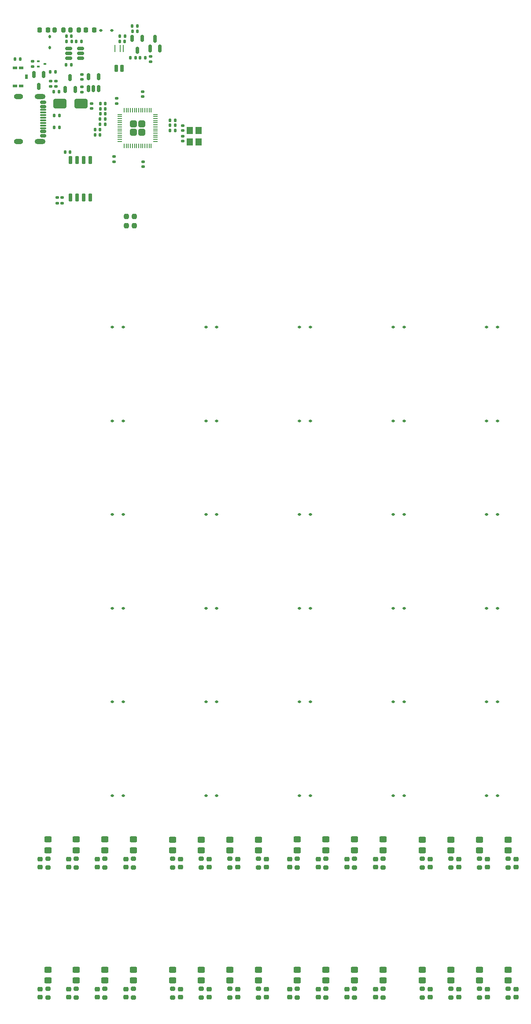
<source format=gbr>
%TF.GenerationSoftware,KiCad,Pcbnew,8.0.7*%
%TF.CreationDate,2025-01-05T21:02:15-05:00*%
%TF.ProjectId,rp2040-programmer-calculator-v2,72703230-3430-42d7-9072-6f6772616d6d,rev?*%
%TF.SameCoordinates,Original*%
%TF.FileFunction,Paste,Top*%
%TF.FilePolarity,Positive*%
%FSLAX46Y46*%
G04 Gerber Fmt 4.6, Leading zero omitted, Abs format (unit mm)*
G04 Created by KiCad (PCBNEW 8.0.7) date 2025-01-05 21:02:15*
%MOMM*%
%LPD*%
G01*
G04 APERTURE LIST*
G04 Aperture macros list*
%AMRoundRect*
0 Rectangle with rounded corners*
0 $1 Rounding radius*
0 $2 $3 $4 $5 $6 $7 $8 $9 X,Y pos of 4 corners*
0 Add a 4 corners polygon primitive as box body*
4,1,4,$2,$3,$4,$5,$6,$7,$8,$9,$2,$3,0*
0 Add four circle primitives for the rounded corners*
1,1,$1+$1,$2,$3*
1,1,$1+$1,$4,$5*
1,1,$1+$1,$6,$7*
1,1,$1+$1,$8,$9*
0 Add four rect primitives between the rounded corners*
20,1,$1+$1,$2,$3,$4,$5,0*
20,1,$1+$1,$4,$5,$6,$7,0*
20,1,$1+$1,$6,$7,$8,$9,0*
20,1,$1+$1,$8,$9,$2,$3,0*%
G04 Aperture macros list end*
%ADD10RoundRect,0.200000X-0.275000X0.200000X-0.275000X-0.200000X0.275000X-0.200000X0.275000X0.200000X0*%
%ADD11RoundRect,0.250000X0.450000X-0.325000X0.450000X0.325000X-0.450000X0.325000X-0.450000X-0.325000X0*%
%ADD12RoundRect,0.225000X0.250000X-0.225000X0.250000X0.225000X-0.250000X0.225000X-0.250000X-0.225000X0*%
%ADD13RoundRect,0.150000X0.512500X0.150000X-0.512500X0.150000X-0.512500X-0.150000X0.512500X-0.150000X0*%
%ADD14R,1.200000X1.400000*%
%ADD15RoundRect,0.062500X-0.062500X0.587500X-0.062500X-0.587500X0.062500X-0.587500X0.062500X0.587500X0*%
%ADD16RoundRect,0.187500X-0.187500X0.462500X-0.187500X-0.462500X0.187500X-0.462500X0.187500X0.462500X0*%
%ADD17RoundRect,0.150000X0.150000X-0.650000X0.150000X0.650000X-0.150000X0.650000X-0.150000X-0.650000X0*%
%ADD18RoundRect,0.150000X0.150000X-0.512500X0.150000X0.512500X-0.150000X0.512500X-0.150000X-0.512500X0*%
%ADD19RoundRect,0.050000X0.387500X-0.050000X0.387500X0.050000X-0.387500X0.050000X-0.387500X-0.050000X0*%
%ADD20RoundRect,0.050000X0.050000X-0.387500X0.050000X0.387500X-0.050000X0.387500X-0.050000X-0.387500X0*%
%ADD21RoundRect,0.249999X0.395001X-0.395001X0.395001X0.395001X-0.395001X0.395001X-0.395001X-0.395001X0*%
%ADD22R,0.812800X0.508000*%
%ADD23R,0.508000X0.889000*%
%ADD24RoundRect,0.135000X-0.185000X0.135000X-0.185000X-0.135000X0.185000X-0.135000X0.185000X0.135000X0*%
%ADD25RoundRect,0.135000X0.135000X0.185000X-0.135000X0.185000X-0.135000X-0.185000X0.135000X-0.185000X0*%
%ADD26RoundRect,0.135000X0.185000X-0.135000X0.185000X0.135000X-0.185000X0.135000X-0.185000X-0.135000X0*%
%ADD27RoundRect,0.135000X-0.135000X-0.185000X0.135000X-0.185000X0.135000X0.185000X-0.135000X0.185000X0*%
%ADD28RoundRect,0.200000X-0.200000X-0.275000X0.200000X-0.275000X0.200000X0.275000X-0.200000X0.275000X0*%
%ADD29RoundRect,0.200000X0.200000X0.275000X-0.200000X0.275000X-0.200000X-0.275000X0.200000X-0.275000X0*%
%ADD30RoundRect,0.237500X-0.237500X0.250000X-0.237500X-0.250000X0.237500X-0.250000X0.237500X0.250000X0*%
%ADD31RoundRect,0.100000X0.155000X0.100000X-0.155000X0.100000X-0.155000X-0.100000X0.155000X-0.100000X0*%
%ADD32RoundRect,0.150000X0.150000X-0.587500X0.150000X0.587500X-0.150000X0.587500X-0.150000X-0.587500X0*%
%ADD33RoundRect,0.150000X-0.150000X0.512500X-0.150000X-0.512500X0.150000X-0.512500X0.150000X0.512500X0*%
%ADD34RoundRect,0.150000X-0.425000X0.150000X-0.425000X-0.150000X0.425000X-0.150000X0.425000X0.150000X0*%
%ADD35RoundRect,0.075000X-0.500000X0.075000X-0.500000X-0.075000X0.500000X-0.075000X0.500000X0.075000X0*%
%ADD36O,2.100000X1.000000*%
%ADD37O,1.800000X1.000000*%
%ADD38RoundRect,0.112500X-0.112500X0.187500X-0.112500X-0.187500X0.112500X-0.187500X0.112500X0.187500X0*%
%ADD39RoundRect,0.112500X-0.187500X-0.112500X0.187500X-0.112500X0.187500X0.112500X-0.187500X0.112500X0*%
%ADD40RoundRect,0.218750X0.218750X0.256250X-0.218750X0.256250X-0.218750X-0.256250X0.218750X-0.256250X0*%
%ADD41RoundRect,0.218750X-0.218750X-0.256250X0.218750X-0.256250X0.218750X0.256250X-0.218750X0.256250X0*%
%ADD42RoundRect,0.250000X1.000000X0.650000X-1.000000X0.650000X-1.000000X-0.650000X1.000000X-0.650000X0*%
%ADD43RoundRect,0.140000X0.170000X-0.140000X0.170000X0.140000X-0.170000X0.140000X-0.170000X-0.140000X0*%
%ADD44RoundRect,0.140000X-0.140000X-0.170000X0.140000X-0.170000X0.140000X0.170000X-0.140000X0.170000X0*%
%ADD45RoundRect,0.140000X0.140000X0.170000X-0.140000X0.170000X-0.140000X-0.170000X0.140000X-0.170000X0*%
%ADD46RoundRect,0.140000X-0.170000X0.140000X-0.170000X-0.140000X0.170000X-0.140000X0.170000X0.140000X0*%
G04 APERTURE END LIST*
D10*
%TO.C,R34*%
X28250000Y-182525000D03*
X28250000Y-180875000D03*
%TD*%
%TO.C,R33*%
X33750000Y-182525000D03*
X33750000Y-180875000D03*
%TD*%
%TO.C,R32*%
X39250000Y-182525000D03*
X39250000Y-180875000D03*
%TD*%
%TO.C,R31*%
X44750000Y-182525000D03*
X44750000Y-180875000D03*
%TD*%
%TO.C,R30*%
X52250000Y-182525001D03*
X52250000Y-180875001D03*
%TD*%
%TO.C,R29*%
X57750000Y-182525001D03*
X57750000Y-180875001D03*
%TD*%
%TO.C,R28*%
X63250000Y-182525001D03*
X63250000Y-180875001D03*
%TD*%
%TO.C,R27*%
X68750000Y-182525001D03*
X68750000Y-180875001D03*
%TD*%
%TO.C,R26*%
X76250000Y-182525000D03*
X76250000Y-180875000D03*
%TD*%
%TO.C,R25*%
X81750000Y-182525000D03*
X81750000Y-180875000D03*
%TD*%
%TO.C,R24*%
X87250000Y-182525000D03*
X87250000Y-180875000D03*
%TD*%
%TO.C,R23*%
X92750000Y-182525000D03*
X92750000Y-180875000D03*
%TD*%
%TO.C,R22*%
X100250000Y-182525001D03*
X100250000Y-180875001D03*
%TD*%
%TO.C,R21*%
X105750000Y-182525001D03*
X105750000Y-180875001D03*
%TD*%
%TO.C,R20*%
X111250000Y-182525001D03*
X111250000Y-180875001D03*
%TD*%
%TO.C,R19*%
X116750000Y-182525001D03*
X116750000Y-180875001D03*
%TD*%
%TO.C,R18*%
X28250000Y-207525000D03*
X28250000Y-205875000D03*
%TD*%
%TO.C,R17*%
X33750000Y-207525000D03*
X33750000Y-205875000D03*
%TD*%
%TO.C,R16*%
X39250000Y-207525000D03*
X39250000Y-205875000D03*
%TD*%
%TO.C,R15*%
X44750000Y-207525000D03*
X44750000Y-205875000D03*
%TD*%
%TO.C,R14*%
X52250000Y-207525001D03*
X52250000Y-205875001D03*
%TD*%
%TO.C,R13*%
X57750000Y-207525001D03*
X57750000Y-205875001D03*
%TD*%
%TO.C,R12*%
X63250000Y-207525001D03*
X63250000Y-205875001D03*
%TD*%
%TO.C,R11*%
X68750000Y-207525001D03*
X68750000Y-205875001D03*
%TD*%
D11*
%TO.C,D62*%
X28250000Y-177175001D03*
X28250000Y-179225001D03*
%TD*%
%TO.C,D61*%
X33750000Y-177175001D03*
X33750000Y-179225001D03*
%TD*%
%TO.C,D60*%
X39250000Y-177175001D03*
X39250000Y-179225001D03*
%TD*%
%TO.C,D59*%
X44750000Y-177175001D03*
X44750000Y-179225001D03*
%TD*%
%TO.C,D58*%
X52250000Y-177175002D03*
X52250000Y-179225002D03*
%TD*%
%TO.C,D57*%
X57750000Y-177175002D03*
X57750000Y-179225002D03*
%TD*%
%TO.C,D56*%
X63250000Y-177175002D03*
X63250000Y-179225002D03*
%TD*%
%TO.C,D55*%
X68750000Y-177175002D03*
X68750000Y-179225002D03*
%TD*%
%TO.C,D54*%
X76250000Y-177175001D03*
X76250000Y-179225001D03*
%TD*%
%TO.C,D53*%
X81750000Y-177175001D03*
X81750000Y-179225001D03*
%TD*%
%TO.C,D52*%
X87250000Y-177175001D03*
X87250000Y-179225001D03*
%TD*%
%TO.C,D51*%
X92750000Y-177175001D03*
X92750000Y-179225001D03*
%TD*%
%TO.C,D50*%
X100250000Y-177175002D03*
X100250000Y-179225002D03*
%TD*%
%TO.C,D49*%
X105750000Y-177175002D03*
X105750000Y-179225002D03*
%TD*%
%TO.C,D48*%
X111250000Y-177175002D03*
X111250000Y-179225002D03*
%TD*%
%TO.C,D47*%
X116750000Y-177175002D03*
X116750000Y-179225002D03*
%TD*%
%TO.C,D46*%
X28250000Y-202175001D03*
X28250000Y-204225001D03*
%TD*%
%TO.C,D45*%
X33750000Y-202175001D03*
X33750000Y-204225001D03*
%TD*%
%TO.C,D44*%
X39250000Y-202175001D03*
X39250000Y-204225001D03*
%TD*%
%TO.C,D43*%
X44750000Y-202175001D03*
X44750000Y-204225001D03*
%TD*%
%TO.C,D42*%
X52250000Y-202175002D03*
X52250000Y-204225002D03*
%TD*%
%TO.C,D41*%
X57750000Y-202175002D03*
X57750000Y-204225002D03*
%TD*%
%TO.C,D40*%
X63250000Y-202175002D03*
X63250000Y-204225002D03*
%TD*%
%TO.C,D39*%
X68750000Y-202175002D03*
X68750000Y-204225002D03*
%TD*%
D12*
%TO.C,C36*%
X26750000Y-180925000D03*
X26750000Y-182475000D03*
%TD*%
%TO.C,C35*%
X32250000Y-180925000D03*
X32250000Y-182475000D03*
%TD*%
%TO.C,C34*%
X37750000Y-180925000D03*
X37750000Y-182475000D03*
%TD*%
%TO.C,C33*%
X43250000Y-180925000D03*
X43250000Y-182475000D03*
%TD*%
%TO.C,C32*%
X53750000Y-180925001D03*
X53750000Y-182475001D03*
%TD*%
%TO.C,C31*%
X59250000Y-180925001D03*
X59250000Y-182475001D03*
%TD*%
%TO.C,C30*%
X64750000Y-180925001D03*
X64750000Y-182475001D03*
%TD*%
%TO.C,C28*%
X70250000Y-180925001D03*
X70250000Y-182475001D03*
%TD*%
%TO.C,C27*%
X74750000Y-180925000D03*
X74750000Y-182475000D03*
%TD*%
%TO.C,C26*%
X80250000Y-180925000D03*
X80250000Y-182475000D03*
%TD*%
%TO.C,C25*%
X85750000Y-180925000D03*
X85750000Y-182475000D03*
%TD*%
%TO.C,C24*%
X91250000Y-180925000D03*
X91250000Y-182475000D03*
%TD*%
%TO.C,C23*%
X101750000Y-180925001D03*
X101750000Y-182475001D03*
%TD*%
%TO.C,C22*%
X107250000Y-180925001D03*
X107250000Y-182475001D03*
%TD*%
%TO.C,C21*%
X112750000Y-180925001D03*
X112750000Y-182475001D03*
%TD*%
%TO.C,C19*%
X118250000Y-180925001D03*
X118250000Y-182475001D03*
%TD*%
%TO.C,C18*%
X26750000Y-205925000D03*
X26750000Y-207475000D03*
%TD*%
%TO.C,C17*%
X32250000Y-205925000D03*
X32250000Y-207475000D03*
%TD*%
%TO.C,C16*%
X37750000Y-205925000D03*
X37750000Y-207475000D03*
%TD*%
%TO.C,C15*%
X43250000Y-205925000D03*
X43250000Y-207475000D03*
%TD*%
%TO.C,C14*%
X53750000Y-205925001D03*
X53750000Y-207475001D03*
%TD*%
%TO.C,C13*%
X59250000Y-205925001D03*
X59250000Y-207475001D03*
%TD*%
%TO.C,C12*%
X64750000Y-205925001D03*
X64750000Y-207475001D03*
%TD*%
%TO.C,C10*%
X70250000Y-205925001D03*
X70250000Y-207475001D03*
%TD*%
%TO.C,C9*%
X74750000Y-205925001D03*
X74750000Y-207475001D03*
%TD*%
%TO.C,C8*%
X80250000Y-205925001D03*
X80250000Y-207475001D03*
%TD*%
%TO.C,C7*%
X85750000Y-205925001D03*
X85750000Y-207475001D03*
%TD*%
%TO.C,C6*%
X91250000Y-205925001D03*
X91250000Y-207475001D03*
%TD*%
%TO.C,C5*%
X101750000Y-205925001D03*
X101750000Y-207475001D03*
%TD*%
%TO.C,C4*%
X107250000Y-205925001D03*
X107250000Y-207475001D03*
%TD*%
%TO.C,C3*%
X112750000Y-205925001D03*
X112750000Y-207475001D03*
%TD*%
%TO.C,C1*%
X118250000Y-205925001D03*
X118250000Y-207475001D03*
%TD*%
D13*
%TO.C,U8*%
X34525000Y-27100000D03*
X34525000Y-26150000D03*
X34525000Y-25200000D03*
X32250000Y-25200000D03*
X32250000Y-26150000D03*
X32250000Y-27100000D03*
%TD*%
D14*
%TO.C,Y1*%
X55570000Y-43200000D03*
X55570000Y-41000000D03*
X57270000Y-41000000D03*
X57270000Y-43200000D03*
%TD*%
D15*
%TO.C,U9*%
X42745000Y-25250000D03*
X42215000Y-25250000D03*
X41155000Y-25250000D03*
D16*
X41420000Y-29050000D03*
X42480000Y-29050000D03*
%TD*%
D17*
%TO.C,U6*%
X32590000Y-53900000D03*
X33860000Y-53900000D03*
X35130000Y-53900000D03*
X36400000Y-53900000D03*
X36400000Y-46700000D03*
X35130000Y-46700000D03*
X33860000Y-46700000D03*
X32590000Y-46700000D03*
%TD*%
D18*
%TO.C,U7*%
X36100000Y-30700000D03*
X38000000Y-30700000D03*
X38000000Y-32975000D03*
X37050000Y-32975000D03*
X36100000Y-32975000D03*
%TD*%
D19*
%TO.C,U1*%
X42095000Y-43100000D03*
X42095000Y-42700000D03*
X42095000Y-42300000D03*
X42095000Y-41900000D03*
X42095000Y-41500000D03*
X42095000Y-41100000D03*
X42095000Y-40700000D03*
X42095000Y-40300000D03*
X42095000Y-39900000D03*
X42095000Y-39500000D03*
X42095000Y-39100000D03*
X42095000Y-38700000D03*
X42095000Y-38300000D03*
X42095000Y-37900000D03*
D20*
X42932500Y-37062500D03*
X43332500Y-37062500D03*
X43732500Y-37062500D03*
X44132500Y-37062500D03*
X44532500Y-37062500D03*
X44932500Y-37062500D03*
X45332500Y-37062500D03*
X45732500Y-37062500D03*
X46132500Y-37062500D03*
X46532500Y-37062500D03*
X46932500Y-37062500D03*
X47332500Y-37062500D03*
X47732500Y-37062500D03*
X48132500Y-37062500D03*
D19*
X48970000Y-37900000D03*
X48970000Y-38300000D03*
X48970000Y-38700000D03*
X48970000Y-39100000D03*
X48970000Y-39500000D03*
X48970000Y-39900000D03*
X48970000Y-40300000D03*
X48970000Y-40700000D03*
X48970000Y-41100000D03*
X48970000Y-41500000D03*
X48970000Y-41900000D03*
X48970000Y-42300000D03*
X48970000Y-42700000D03*
X48970000Y-43100000D03*
D20*
X48132500Y-43937500D03*
X47732500Y-43937500D03*
X47332500Y-43937500D03*
X46932500Y-43937500D03*
X46532500Y-43937500D03*
X46132500Y-43937500D03*
X45732500Y-43937500D03*
X45332500Y-43937500D03*
X44932500Y-43937500D03*
X44532500Y-43937500D03*
X44132500Y-43937500D03*
X43732500Y-43937500D03*
X43332500Y-43937500D03*
X42932500Y-43937500D03*
D21*
X46332500Y-39700000D03*
X44732500Y-39700000D03*
X46332500Y-41300000D03*
X44732500Y-41300000D03*
%TD*%
D22*
%TO.C,SW65*%
X23099998Y-28999998D03*
D23*
X24149998Y-30700000D03*
D22*
X23099998Y-32400002D03*
X21900000Y-32400002D03*
X21900000Y-28999998D03*
%TD*%
D24*
%TO.C,R55*%
X25310000Y-27680000D03*
X25310000Y-28700000D03*
%TD*%
D25*
%TO.C,R54*%
X29720000Y-29700000D03*
X28700000Y-29700000D03*
%TD*%
D26*
%TO.C,R53*%
X28800000Y-31500000D03*
X28800000Y-32520000D03*
%TD*%
D27*
%TO.C,R52*%
X21900000Y-27300000D03*
X22920000Y-27300000D03*
%TD*%
D25*
%TO.C,R51*%
X45150000Y-27000000D03*
X44130000Y-27000000D03*
%TD*%
%TO.C,R50*%
X47020000Y-27000000D03*
X46000000Y-27000000D03*
%TD*%
D26*
%TO.C,R49*%
X48050000Y-26750000D03*
X48050000Y-27770000D03*
%TD*%
D25*
%TO.C,R48*%
X43070000Y-22900000D03*
X42050000Y-22900000D03*
%TD*%
D27*
%TO.C,R47*%
X44500000Y-20950000D03*
X45520000Y-20950000D03*
%TD*%
D28*
%TO.C,R46*%
X32575000Y-21700000D03*
X34225000Y-21700000D03*
%TD*%
D29*
%TO.C,R45*%
X31250000Y-21650000D03*
X29600000Y-21650000D03*
%TD*%
D27*
%TO.C,R44*%
X31750000Y-28350000D03*
X32770000Y-28350000D03*
%TD*%
%TO.C,R43*%
X31850000Y-23900000D03*
X32870000Y-23900000D03*
%TD*%
D25*
%TO.C,R42*%
X29380000Y-33500000D03*
X30400000Y-33500000D03*
%TD*%
%TO.C,R41*%
X52790000Y-41000000D03*
X51770000Y-41000000D03*
%TD*%
D27*
%TO.C,R40*%
X38275000Y-39800000D03*
X39295000Y-39800000D03*
%TD*%
%TO.C,R39*%
X38275000Y-38800000D03*
X39295000Y-38800000D03*
%TD*%
%TO.C,R38*%
X29500000Y-40400000D03*
X30520000Y-40400000D03*
%TD*%
%TO.C,R37*%
X29490000Y-38100000D03*
X30510000Y-38100000D03*
%TD*%
D26*
%TO.C,R36*%
X31032500Y-54920000D03*
X31032500Y-53900000D03*
%TD*%
%TO.C,R35*%
X30032500Y-54920000D03*
X30032500Y-53900000D03*
%TD*%
D10*
%TO.C,R10*%
X76250000Y-207525001D03*
X76250000Y-205875001D03*
%TD*%
%TO.C,R9*%
X81750000Y-207525001D03*
X81750000Y-205875001D03*
%TD*%
%TO.C,R8*%
X87250000Y-207525001D03*
X87250000Y-205875001D03*
%TD*%
%TO.C,R7*%
X92750000Y-207525001D03*
X92750000Y-205875001D03*
%TD*%
%TO.C,R6*%
X100250000Y-207525001D03*
X100250000Y-205875001D03*
%TD*%
%TO.C,R5*%
X105750000Y-207525001D03*
X105750000Y-205875001D03*
%TD*%
%TO.C,R4*%
X111250000Y-207525001D03*
X111250000Y-205875001D03*
%TD*%
%TO.C,R3*%
X116750000Y-207525001D03*
X116750000Y-205875001D03*
%TD*%
D30*
%TO.C,R2*%
X43400000Y-57475000D03*
X43400000Y-59300000D03*
%TD*%
%TO.C,R1*%
X44900000Y-59300000D03*
X44900000Y-57475000D03*
%TD*%
D31*
%TO.C,Q4*%
X26410000Y-27700000D03*
X26410000Y-28700000D03*
X27700000Y-28200000D03*
%TD*%
D32*
%TO.C,Q3*%
X47900000Y-25225000D03*
X49800000Y-25225000D03*
X48850000Y-23350000D03*
%TD*%
D33*
%TO.C,Q2*%
X46400000Y-23325000D03*
X44500000Y-23325000D03*
X45450000Y-25600000D03*
%TD*%
D18*
%TO.C,Q1*%
X32550000Y-30825000D03*
X33500000Y-33100000D03*
X31600000Y-33100000D03*
%TD*%
D34*
%TO.C,J2*%
X27355000Y-35600000D03*
X27355000Y-36400000D03*
D35*
X27355000Y-37550000D03*
X27355000Y-38550000D03*
X27355000Y-39050000D03*
X27355000Y-40050000D03*
D34*
X27355000Y-41200000D03*
X27355000Y-42000000D03*
X27355000Y-42000000D03*
X27355000Y-41200000D03*
D35*
X27355000Y-40550000D03*
X27355000Y-39550000D03*
X27355000Y-38050000D03*
X27355000Y-37050000D03*
D34*
X27355000Y-36400000D03*
X27355000Y-35600000D03*
D36*
X26780000Y-34480000D03*
D37*
X22600000Y-34480000D03*
D36*
X26780000Y-43120000D03*
D37*
X22600000Y-43120000D03*
%TD*%
D33*
%TO.C,D68*%
X27450000Y-30225000D03*
X25550000Y-30225000D03*
X26500000Y-32500000D03*
%TD*%
D38*
%TO.C,D67*%
X28600000Y-22950000D03*
X28600000Y-25050000D03*
%TD*%
D39*
%TO.C,D66*%
X38450000Y-21750000D03*
X40550000Y-21750000D03*
%TD*%
D40*
%TO.C,D65*%
X35575000Y-21700000D03*
X37150000Y-21700000D03*
%TD*%
D41*
%TO.C,D64*%
X26675000Y-21650000D03*
X28250000Y-21650000D03*
%TD*%
D42*
%TO.C,D63*%
X30600000Y-35800000D03*
X34600000Y-35800000D03*
%TD*%
D11*
%TO.C,D38*%
X76250000Y-204225001D03*
X76250000Y-202175001D03*
%TD*%
%TO.C,D37*%
X81750000Y-202175001D03*
X81750000Y-204225001D03*
%TD*%
%TO.C,D36*%
X87250000Y-202175001D03*
X87250000Y-204225001D03*
%TD*%
%TO.C,D35*%
X92750000Y-202175001D03*
X92750000Y-204225001D03*
%TD*%
%TO.C,D34*%
X100250000Y-202175001D03*
X100250000Y-204225001D03*
%TD*%
%TO.C,D33*%
X105750000Y-202175001D03*
X105750000Y-204225001D03*
%TD*%
%TO.C,D32*%
X111250000Y-202175001D03*
X111250000Y-204225001D03*
%TD*%
%TO.C,D31*%
X116750000Y-202175001D03*
X116750000Y-204225001D03*
%TD*%
D39*
%TO.C,D30*%
X112650000Y-168750000D03*
X114750000Y-168750000D03*
%TD*%
%TO.C,D29*%
X94650000Y-168750000D03*
X96750000Y-168750000D03*
%TD*%
%TO.C,D28*%
X76650000Y-168750000D03*
X78750000Y-168750000D03*
%TD*%
%TO.C,D27*%
X58650000Y-168750000D03*
X60750000Y-168750000D03*
%TD*%
%TO.C,D26*%
X40650000Y-168750000D03*
X42750000Y-168750000D03*
%TD*%
%TO.C,D25*%
X112650000Y-150750000D03*
X114750000Y-150750000D03*
%TD*%
%TO.C,D24*%
X94650000Y-150750000D03*
X96750000Y-150750000D03*
%TD*%
%TO.C,D23*%
X76650000Y-150750000D03*
X78750000Y-150750000D03*
%TD*%
%TO.C,D22*%
X58650000Y-150750000D03*
X60750000Y-150750000D03*
%TD*%
%TO.C,D21*%
X40650000Y-150750000D03*
X42750000Y-150750000D03*
%TD*%
%TO.C,D20*%
X112650000Y-132750000D03*
X114750000Y-132750000D03*
%TD*%
%TO.C,D19*%
X94650000Y-132750000D03*
X96750000Y-132750000D03*
%TD*%
%TO.C,D18*%
X76650000Y-132750000D03*
X78750000Y-132750000D03*
%TD*%
%TO.C,D17*%
X58650000Y-132750000D03*
X60750000Y-132750000D03*
%TD*%
%TO.C,D16*%
X40650000Y-132750000D03*
X42750000Y-132750000D03*
%TD*%
%TO.C,D15*%
X112650000Y-114750000D03*
X114750000Y-114750000D03*
%TD*%
%TO.C,D14*%
X94650000Y-114750000D03*
X96750000Y-114750000D03*
%TD*%
%TO.C,D13*%
X76650000Y-114750000D03*
X78750000Y-114750000D03*
%TD*%
%TO.C,D12*%
X58650000Y-114750000D03*
X60750000Y-114750000D03*
%TD*%
%TO.C,D11*%
X40650000Y-114750000D03*
X42750000Y-114750000D03*
%TD*%
%TO.C,D10*%
X112650000Y-96750000D03*
X114750000Y-96750000D03*
%TD*%
%TO.C,D9*%
X94650000Y-96750000D03*
X96750000Y-96750000D03*
%TD*%
%TO.C,D8*%
X76650000Y-96750000D03*
X78750000Y-96750000D03*
%TD*%
%TO.C,D7*%
X58650000Y-96750000D03*
X60750000Y-96750000D03*
%TD*%
%TO.C,D6*%
X40650000Y-96750000D03*
X42750000Y-96750000D03*
%TD*%
%TO.C,D5*%
X112650000Y-78750000D03*
X114750000Y-78750000D03*
%TD*%
%TO.C,D4*%
X94650000Y-78750000D03*
X96750000Y-78750000D03*
%TD*%
%TO.C,D3*%
X76650000Y-78750000D03*
X78750000Y-78750000D03*
%TD*%
%TO.C,D2*%
X58650000Y-78750000D03*
X60750000Y-78750000D03*
%TD*%
%TO.C,D1*%
X40650000Y-78750000D03*
X42750000Y-78750000D03*
%TD*%
D43*
%TO.C,C58*%
X46530000Y-34500000D03*
X46530000Y-33540000D03*
%TD*%
D44*
%TO.C,C57*%
X51770000Y-40000000D03*
X52730000Y-40000000D03*
%TD*%
D45*
%TO.C,C56*%
X39295000Y-35800000D03*
X38335000Y-35800000D03*
%TD*%
%TO.C,C55*%
X39295000Y-36800000D03*
X38335000Y-36800000D03*
%TD*%
%TO.C,C54*%
X39295000Y-37800000D03*
X38335000Y-37800000D03*
%TD*%
D43*
%TO.C,C53*%
X29800000Y-32500000D03*
X29800000Y-31540000D03*
%TD*%
D46*
%TO.C,C52*%
X46600000Y-47000000D03*
X46600000Y-47960000D03*
%TD*%
%TO.C,C51*%
X41000000Y-46000000D03*
X41000000Y-46960000D03*
%TD*%
D45*
%TO.C,C50*%
X38300000Y-40800000D03*
X37340000Y-40800000D03*
%TD*%
D43*
%TO.C,C49*%
X41500000Y-35800000D03*
X41500000Y-34840000D03*
%TD*%
D44*
%TO.C,C48*%
X51770000Y-39000000D03*
X52730000Y-39000000D03*
%TD*%
D45*
%TO.C,C47*%
X38300000Y-41800000D03*
X37340000Y-41800000D03*
%TD*%
%TO.C,C46*%
X42050000Y-23850000D03*
X43010000Y-23850000D03*
%TD*%
D44*
%TO.C,C45*%
X44550000Y-21920000D03*
X45510000Y-21920000D03*
%TD*%
D43*
%TO.C,C44*%
X34800000Y-32640000D03*
X34800000Y-33600000D03*
%TD*%
D44*
%TO.C,C43*%
X33750000Y-23900000D03*
X34710000Y-23900000D03*
%TD*%
D46*
%TO.C,C42*%
X36700000Y-36760000D03*
X36700000Y-35800000D03*
%TD*%
%TO.C,C41*%
X34800000Y-31160000D03*
X34800000Y-30200000D03*
%TD*%
D44*
%TO.C,C40*%
X31850000Y-22900000D03*
X32810000Y-22900000D03*
%TD*%
D46*
%TO.C,C39*%
X54170000Y-41000000D03*
X54170000Y-40040000D03*
%TD*%
D43*
%TO.C,C38*%
X54170000Y-42100000D03*
X54170000Y-43060000D03*
%TD*%
D45*
%TO.C,C37*%
X32532500Y-45160000D03*
X31572500Y-45160000D03*
%TD*%
M02*

</source>
